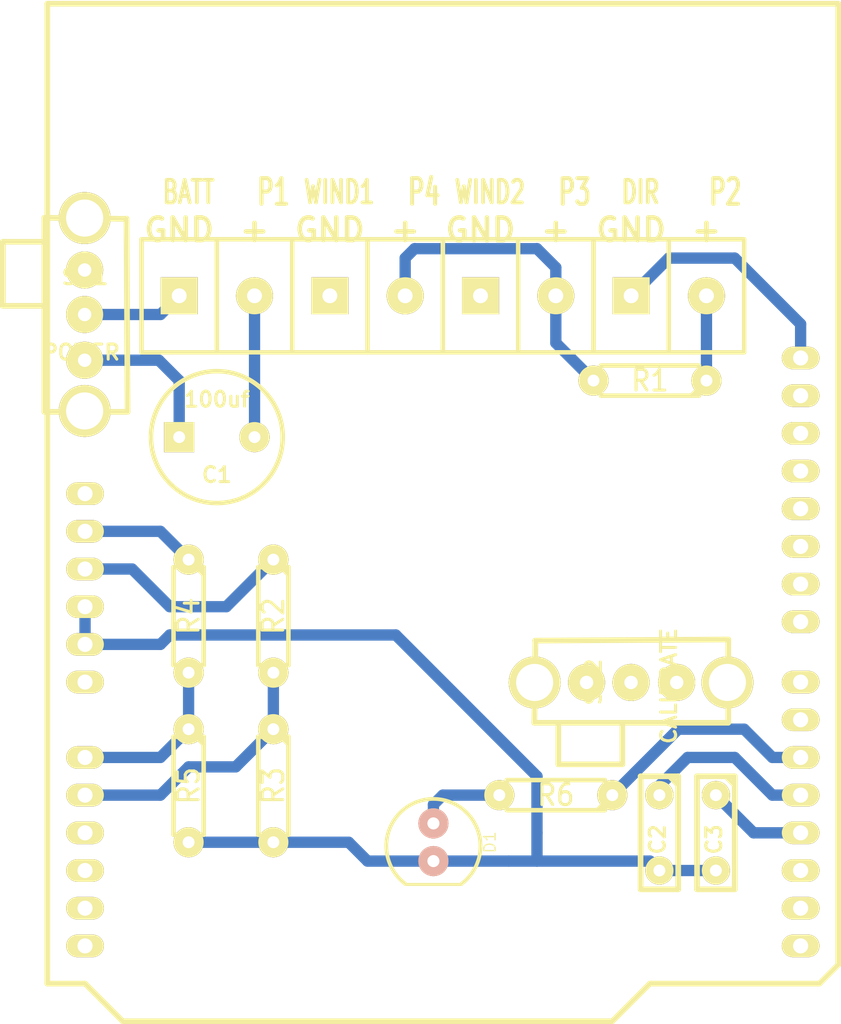
<source format=kicad_pcb>
(kicad_pcb (version 20221018) (generator pcbnew)
  (layers (0 "F.Cu" signal) (31 "B.Cu" signal) (34 "B.Paste" user) (35 "F.Paste" user) (36 "B.SilkS" user) (37 "F.SilkS" user) (38 "B.Mask" user) (39 "F.Mask" user) (44 "Edge.Cuts" user))
  (net 0 "")
  (net 1 "+BATT")
  (net 2 "GND")
  (net 3 "N-000001")
  (net 4 "N-0000014")
  (net 5 "N-0000018")
  (net 6 "N-000002")
  (net 7 "N-0000026")
  (net 8 "N-0000027")
  (net 9 "N-000003")
  (net 10 "N-000006")
  (net 11 "N-000007")
  (net 12 "N-000008")
  (footprint "SW_SPDT_rapid_760271" (layer "F.Cu") (at 53.975 45.72 180)
    (fp_text reference "SW1" (at 0 2.54) (layer "F.SilkS") (effects (font (size 1.016 1.016) (thickness 0.2032))))
    (fp_text value "POWER" (at 0.254 -2.54) (layer "F.SilkS") (effects (font (size 1.016 1.016) (thickness 0.2032))))
    (fp_line (start -2.8702 -6.5532) (end -2.794 6.477) (stroke (width 0.381)) (layer "F.SilkS"))
    (fp_line (start -2.8702 -6.5532) (end 2.7178 -6.5532) (stroke (width 0.381)) (layer "F.SilkS"))
    (fp_line (start -2.794 6.4516) (end 2.7432 6.5278) (stroke (width 0.381)) (layer "F.SilkS"))
    (fp_line (start 2.7432 6.5278) (end 2.7432 -6.5532) (stroke (width 0.381)) (layer "F.SilkS"))
    (fp_line (start 3.00482 4.90982) (end 5.54482 4.90982) (stroke (width 0.381)) (layer "F.SilkS"))
    (fp_line (start 5.54482 0.59182) (end 3.00482 0.59182) (stroke (width 0.381)) (layer "F.SilkS"))
    (fp_line (start 5.54482 4.90982) (end 5.54482 0.59182) (stroke (width 0.381)) (layer "F.SilkS"))
    (pad "1" thru_hole circle (at 0.0254 -3.0734 180) (size 2.49936 2.49936) (drill 0.89916) (layers "*.Cu" "*.Mask" "F.SilkS") (net 1 "+BATT"))
    (pad "2" thru_hole circle (at 0.0254 0.00762 180) (size 2.49936 2.49936) (drill 0.89916) (layers "*.Cu" "*.Mask" "F.SilkS") (net 3 "N-000001"))
    (pad "3" thru_hole circle (at 0.0254 3.00736 180) (size 2.49936 2.49936) (drill 0.89916) (layers "*.Cu" "*.Mask" "F.SilkS"))
    (pad "4" thru_hole circle (at 0.0254 -6.49224 180) (size 3.50012 3.50012) (drill 2.49936) (layers "*.Cu" "*.Mask" "F.SilkS"))
    (pad "5" thru_hole circle (at 0.0254 6.50748 180) (size 3.50012 3.50012) (drill 2.49936) (layers "*.Cu" "*.Mask" "F.SilkS"))
  )
  (footprint "SW_SPDT_rapid_760271" (layer "F.Cu") (at 90.805 70.485 -90)
    (fp_text reference "SW2" (at 0 2.54 90) (layer "F.SilkS") (effects (font (size 1.016 1.016) (thickness 0.2032))))
    (fp_text value "CALIBRATE" (at 0.254 -2.54 90) (layer "F.SilkS") (effects (font (size 1.016 1.016) (thickness 0.2032))))
    (fp_line (start -2.8702 -6.5532) (end -2.794 6.477) (stroke (width 0.381)) (layer "F.SilkS"))
    (fp_line (start -2.8702 -6.5532) (end 2.7178 -6.5532) (stroke (width 0.381)) (layer "F.SilkS"))
    (fp_line (start -2.794 6.4516) (end 2.7432 6.5278) (stroke (width 0.381)) (layer "F.SilkS"))
    (fp_line (start 2.7432 6.5278) (end 2.7432 -6.5532) (stroke (width 0.381)) (layer "F.SilkS"))
    (fp_line (start 3.00482 4.90982) (end 5.54482 4.90982) (stroke (width 0.381)) (layer "F.SilkS"))
    (fp_line (start 5.54482 0.59182) (end 3.00482 0.59182) (stroke (width 0.381)) (layer "F.SilkS"))
    (fp_line (start 5.54482 4.90982) (end 5.54482 0.59182) (stroke (width 0.381)) (layer "F.SilkS"))
    (pad "1" thru_hole circle (at 0.0254 -3.0734 270) (size 2.49936 2.49936) (drill 0.89916) (layers "*.Cu" "*.Mask" "F.SilkS") (net 6 "N-000002"))
    (pad "2" thru_hole circle (at 0.0254 0.00762 270) (size 2.49936 2.49936) (drill 0.89916) (layers "*.Cu" "*.Mask" "F.SilkS") (net 2 "GND"))
    (pad "3" thru_hole circle (at 0.0254 3.00736 270) (size 2.49936 2.49936) (drill 0.89916) (layers "*.Cu" "*.Mask" "F.SilkS"))
    (pad "4" thru_hole circle (at 0.0254 -6.49224 270) (size 3.50012 3.50012) (drill 2.49936) (layers "*.Cu" "*.Mask" "F.SilkS"))
    (pad "5" thru_hole circle (at 0.0254 6.50748 270) (size 3.50012 3.50012) (drill 2.49936) (layers "*.Cu" "*.Mask" "F.SilkS"))
  )
  (footprint "SIL-2_screw_terminal" (layer "F.Cu") (at 60.325 44.45)
    (fp_text reference "P1" (at 6.35 -6.985) (layer "F.SilkS") (effects (font (size 1.72974 1.08712) (thickness 0.27178))))
    (fp_text value "BATT" (at 0.635 -6.985) (layer "F.SilkS") (effects (font (size 1.524 1.016) (thickness 0.254))))
    (fp_text user "+" (at 5.08 -4.445) (layer "F.SilkS") (effects (font (size 1.524 1.524) (thickness 0.3048))))
    (fp_text user "GND" (at 0 -4.445) (layer "F.SilkS") (effects (font (size 1.524 1.524) (thickness 0.3048))))
    (fp_line (start -2.54 -3.81) (end 7.62 -3.81) (stroke (width 0.3)) (layer "F.SilkS"))
    (fp_line (start -2.54 3.81) (end -2.54 -3.81) (stroke (width 0.3)) (layer "F.SilkS"))
    (fp_line (start -2.54 3.81) (end 7.62 3.81) (stroke (width 0.3)) (layer "F.SilkS"))
    (fp_line (start 2.54 -3.81) (end 2.54 3.81) (stroke (width 0.3)) (layer "F.SilkS"))
    (fp_line (start 7.62 3.81) (end 7.62 -3.81) (stroke (width 0.3)) (layer "F.SilkS"))
    (pad "1" thru_hole rect (at 0 0) (size 2.49936 2.49936) (drill 1.00076) (layers "*.Cu" "*.Mask" "F.SilkS") (net 3 "N-000001"))
    (pad "2" thru_hole circle (at 5.08 0) (size 2.49936 2.49936) (drill 1.00076) (layers "*.Cu" "*.Mask" "F.SilkS") (net 10 "N-000006"))
  )
  (footprint "SIL-2_screw_terminal" (layer "F.Cu") (at 70.485 44.45)
    (fp_text reference "P4" (at 6.35 -6.985) (layer "F.SilkS") (effects (font (size 1.72974 1.08712) (thickness 0.27178))))
    (fp_text value "WIND1" (at 0.635 -6.985) (layer "F.SilkS") (effects (font (size 1.524 1.016) (thickness 0.254))))
    (fp_text user "+" (at 5.08 -4.445) (layer "F.SilkS") (effects (font (size 1.524 1.524) (thickness 0.3048))))
    (fp_text user "GND" (at 0 -4.445) (layer "F.SilkS") (effects (font (size 1.524 1.524) (thickness 0.3048))))
    (fp_line (start -2.54 -3.81) (end 7.62 -3.81) (stroke (width 0.3)) (layer "F.SilkS"))
    (fp_line (start -2.54 3.81) (end -2.54 -3.81) (stroke (width 0.3)) (layer "F.SilkS"))
    (fp_line (start -2.54 3.81) (end 7.62 3.81) (stroke (width 0.3)) (layer "F.SilkS"))
    (fp_line (start 2.54 -3.81) (end 2.54 3.81) (stroke (width 0.3)) (layer "F.SilkS"))
    (fp_line (start 7.62 3.81) (end 7.62 -3.81) (stroke (width 0.3)) (layer "F.SilkS"))
    (pad "1" thru_hole rect (at 0 0) (size 2.49936 2.49936) (drill 1.00076) (layers "*.Cu" "*.Mask" "F.SilkS") (net 8 "N-0000027"))
    (pad "2" thru_hole circle (at 5.08 0) (size 2.49936 2.49936) (drill 1.00076) (layers "*.Cu" "*.Mask" "F.SilkS") (net 2 "GND"))
  )
  (footprint "SIL-2_screw_terminal" (layer "F.Cu") (at 80.645 44.45)
    (fp_text reference "P3" (at 6.35 -6.985) (layer "F.SilkS") (effects (font (size 1.72974 1.08712) (thickness 0.27178))))
    (fp_text value "WIND2" (at 0.635 -6.985) (layer "F.SilkS") (effects (font (size 1.524 1.016) (thickness 0.254))))
    (fp_text user "GND" (at 0 -4.445) (layer "F.SilkS") (effects (font (size 1.524 1.524) (thickness 0.3048))))
    (fp_text user "+" (at 5.08 -4.445) (layer "F.SilkS") (effects (font (size 1.524 1.524) (thickness 0.3048))))
    (fp_line (start -2.54 -3.81) (end 7.62 -3.81) (stroke (width 0.3)) (layer "F.SilkS"))
    (fp_line (start -2.54 3.81) (end -2.54 -3.81) (stroke (width 0.3)) (layer "F.SilkS"))
    (fp_line (start -2.54 3.81) (end 7.62 3.81) (stroke (width 0.3)) (layer "F.SilkS"))
    (fp_line (start 2.54 -3.81) (end 2.54 3.81) (stroke (width 0.3)) (layer "F.SilkS"))
    (fp_line (start 7.62 3.81) (end 7.62 -3.81) (stroke (width 0.3)) (layer "F.SilkS"))
    (pad "1" thru_hole rect (at 0 0) (size 2.49936 2.49936) (drill 1.00076) (layers "*.Cu" "*.Mask" "F.SilkS") (net 7 "N-0000026"))
    (pad "2" thru_hole circle (at 5.08 0) (size 2.49936 2.49936) (drill 1.00076) (layers "*.Cu" "*.Mask" "F.SilkS") (net 2 "GND"))
  )
  (footprint "SIL-2_screw_terminal" (layer "F.Cu") (at 90.805 44.45)
    (fp_text reference "P2" (at 6.35 -6.985) (layer "F.SilkS") (effects (font (size 1.72974 1.08712) (thickness 0.27178))))
    (fp_text value "DIR" (at 0.635 -6.985) (layer "F.SilkS") (effects (font (size 1.524 1.016) (thickness 0.254))))
    (fp_text user "GND" (at 0 -4.445) (layer "F.SilkS") (effects (font (size 1.524 1.524) (thickness 0.3048))))
    (fp_text user "+" (at 5.08 -4.445) (layer "F.SilkS") (effects (font (size 1.524 1.524) (thickness 0.3048))))
    (fp_line (start -2.54 -3.81) (end 7.62 -3.81) (stroke (width 0.3)) (layer "F.SilkS"))
    (fp_line (start -2.54 3.81) (end -2.54 -3.81) (stroke (width 0.3)) (layer "F.SilkS"))
    (fp_line (start -2.54 3.81) (end 7.62 3.81) (stroke (width 0.3)) (layer "F.SilkS"))
    (fp_line (start 2.54 -3.81) (end 2.54 3.81) (stroke (width 0.3)) (layer "F.SilkS"))
    (fp_line (start 7.62 3.81) (end 7.62 -3.81) (stroke (width 0.3)) (layer "F.SilkS"))
    (pad "1" thru_hole rect (at 0 0) (size 2.49936 2.49936) (drill 1.00076) (layers "*.Cu" "*.Mask" "F.SilkS") (net 12 "N-000008"))
    (pad "2" thru_hole circle (at 5.08 0) (size 2.49936 2.49936) (drill 1.00076) (layers "*.Cu" "*.Mask" "F.SilkS") (net 9 "N-000003"))
  )
  (footprint "R3-LARGE_PADS_0_8_hole" (layer "F.Cu") (at 60.96 77.47 -90)
    (fp_text reference "R5" (at 0 0 270) (layer "F.SilkS") (effects (font (size 1.397 1.27) (thickness 0.2032))))
    (fp_text value "Therm 47k" hide)
    (fp_line (start -3.81 0) (end -3.302 0) (stroke (width 0.3048)) (layer "F.SilkS"))
    (fp_line (start -3.302 -1.016) (end -3.302 1.016) (stroke (width 0.3048)) (layer "F.SilkS"))
    (fp_line (start -3.302 -0.508) (end -2.794 -1.016) (stroke (width 0.3048)) (layer "F.SilkS"))
    (fp_line (start -3.302 1.016) (end 3.302 1.016) (stroke (width 0.3048)) (layer "F.SilkS"))
    (fp_line (start 3.302 -1.016) (end -3.302 -1.016) (stroke (width 0.3048)) (layer "F.SilkS"))
    (fp_line (start 3.302 0) (end 3.302 -1.016) (stroke (width 0.3048)) (layer "F.SilkS"))
    (fp_line (start 3.302 1.016) (end 3.302 0) (stroke (width 0.3048)) (layer "F.SilkS"))
    (fp_line (start 3.81 0) (end 3.302 0) (stroke (width 0.3048)) (layer "F.SilkS"))
    (pad "1" thru_hole circle (at -3.81 0 270) (size 2.032 2.032) (drill 0.8001) (layers "*.Cu" "*.Mask" "F.SilkS") (net 11 "N-000007"))
    (pad "2" thru_hole circle (at 3.81 0 270) (size 2.032 2.032) (drill 0.8001) (layers "*.Cu" "*.Mask" "F.SilkS") (net 2 "GND"))
  )
  (footprint "R3-LARGE_PADS_0_8_hole" (layer "F.Cu") (at 60.96 66.04 -90)
    (fp_text reference "R4" (at 0 0 270) (layer "F.SilkS") (effects (font (size 1.397 1.27) (thickness 0.2032))))
    (fp_text value "47k" hide)
    (fp_line (start -3.81 0) (end -3.302 0) (stroke (width 0.3048)) (layer "F.SilkS"))
    (fp_line (start -3.302 -1.016) (end -3.302 1.016) (stroke (width 0.3048)) (layer "F.SilkS"))
    (fp_line (start -3.302 -0.508) (end -2.794 -1.016) (stroke (width 0.3048)) (layer "F.SilkS"))
    (fp_line (start -3.302 1.016) (end 3.302 1.016) (stroke (width 0.3048)) (layer "F.SilkS"))
    (fp_line (start 3.302 -1.016) (end -3.302 -1.016) (stroke (width 0.3048)) (layer "F.SilkS"))
    (fp_line (start 3.302 0) (end 3.302 -1.016) (stroke (width 0.3048)) (layer "F.SilkS"))
    (fp_line (start 3.302 1.016) (end 3.302 0) (stroke (width 0.3048)) (layer "F.SilkS"))
    (fp_line (start 3.81 0) (end 3.302 0) (stroke (width 0.3048)) (layer "F.SilkS"))
    (pad "1" thru_hole circle (at -3.81 0 270) (size 2.032 2.032) (drill 0.8001) (layers "*.Cu" "*.Mask" "F.SilkS") (net 12 "N-000008"))
    (pad "2" thru_hole circle (at 3.81 0 270) (size 2.032 2.032) (drill 0.8001) (layers "*.Cu" "*.Mask" "F.SilkS") (net 11 "N-000007"))
  )
  (footprint "R3-LARGE_PADS_0_8_hole" (layer "F.Cu") (at 66.675 66.04 -90)
    (fp_text reference "R2" (at 0 0 270) (layer "F.SilkS") (effects (font (size 1.397 1.27) (thickness 0.2032))))
    (fp_text value "47k" hide)
    (fp_line (start -3.81 0) (end -3.302 0) (stroke (width 0.3048)) (layer "F.SilkS"))
    (fp_line (start -3.302 -1.016) (end -3.302 1.016) (stroke (width 0.3048)) (layer "F.SilkS"))
    (fp_line (start -3.302 -0.508) (end -2.794 -1.016) (stroke (width 0.3048)) (layer "F.SilkS"))
    (fp_line (start -3.302 1.016) (end 3.302 1.016) (stroke (width 0.3048)) (layer "F.SilkS"))
    (fp_line (start 3.302 -1.016) (end -3.302 -1.016) (stroke (width 0.3048)) (layer "F.SilkS"))
    (fp_line (start 3.302 0) (end 3.302 -1.016) (stroke (width 0.3048)) (layer "F.SilkS"))
    (fp_line (start 3.302 1.016) (end 3.302 0) (stroke (width 0.3048)) (layer "F.SilkS"))
    (fp_line (start 3.81 0) (end 3.302 0) (stroke (width 0.3048)) (layer "F.SilkS"))
    (pad "1" thru_hole circle (at -3.81 0 270) (size 2.032 2.032) (drill 0.8001) (layers "*.Cu" "*.Mask" "F.SilkS") (net 1 "+BATT"))
    (pad "2" thru_hole circle (at 3.81 0 270) (size 2.032 2.032) (drill 0.8001) (layers "*.Cu" "*.Mask" "F.SilkS") (net 10 "N-000006"))
  )
  (footprint "R3-LARGE_PADS_0_8_hole" (layer "F.Cu") (at 66.675 77.47 -90)
    (fp_text reference "R3" (at 0 0 270) (layer "F.SilkS") (effects (font (size 1.397 1.27) (thickness 0.2032))))
    (fp_text value "47k" hide)
    (fp_line (start -3.81 0) (end -3.302 0) (stroke (width 0.3048)) (layer "F.SilkS"))
    (fp_line (start -3.302 -1.016) (end -3.302 1.016) (stroke (width 0.3048)) (layer "F.SilkS"))
    (fp_line (start -3.302 -0.508) (end -2.794 -1.016) (stroke (width 0.3048)) (layer "F.SilkS"))
    (fp_line (start -3.302 1.016) (end 3.302 1.016) (stroke (width 0.3048)) (layer "F.SilkS"))
    (fp_line (start 3.302 -1.016) (end -3.302 -1.016) (stroke (width 0.3048)) (layer "F.SilkS"))
    (fp_line (start 3.302 0) (end 3.302 -1.016) (stroke (width 0.3048)) (layer "F.SilkS"))
    (fp_line (start 3.302 1.016) (end 3.302 0) (stroke (width 0.3048)) (layer "F.SilkS"))
    (fp_line (start 3.81 0) (end 3.302 0) (stroke (width 0.3048)) (layer "F.SilkS"))
    (pad "1" thru_hole circle (at -3.81 0 270) (size 2.032 2.032) (drill 0.8001) (layers "*.Cu" "*.Mask" "F.SilkS") (net 10 "N-000006"))
    (pad "2" thru_hole circle (at 3.81 0 270) (size 2.032 2.032) (drill 0.8001) (layers "*.Cu" "*.Mask" "F.SilkS") (net 2 "GND"))
  )
  (footprint "R3-LARGE_PADS_0_8_hole" (layer "F.Cu") (at 85.725 78.105 180)
    (fp_text reference "R6" (at 0 0 180) (layer "F.SilkS") (effects (font (size 1.397 1.27) (thickness 0.2032))))
    (fp_text value "1k" hide)
    (fp_line (start -3.81 0) (end -3.302 0) (stroke (width 0.3048)) (layer "F.SilkS"))
    (fp_line (start -3.302 -1.016) (end -3.302 1.016) (stroke (width 0.3048)) (layer "F.SilkS"))
    (fp_line (start -3.302 -0.508) (end -2.794 -1.016) (stroke (width 0.3048)) (layer "F.SilkS"))
    (fp_line (start -3.302 1.016) (end 3.302 1.016) (stroke (width 0.3048)) (layer "F.SilkS"))
    (fp_line (start 3.302 -1.016) (end -3.302 -1.016) (stroke (width 0.3048)) (layer "F.SilkS"))
    (fp_line (start 3.302 0) (end 3.302 -1.016) (stroke (width 0.3048)) (layer "F.SilkS"))
    (fp_line (start 3.302 1.016) (end 3.302 0) (stroke (width 0.3048)) (layer "F.SilkS"))
    (fp_line (start 3.81 0) (end 3.302 0) (stroke (width 0.3048)) (layer "F.SilkS"))
    (pad "1" thru_hole circle (at -3.81 0 180) (size 2.032 2.032) (drill 0.8001) (layers "*.Cu" "*.Mask" "F.SilkS") (net 5 "N-0000018"))
    (pad "2" thru_hole circle (at 3.81 0 180) (size 2.032 2.032) (drill 0.8001) (layers "*.Cu" "*.Mask" "F.SilkS") (net 4 "N-0000014"))
  )
  (footprint "R3-LARGE_PADS_0_8_hole" (layer "F.Cu") (at 92.075 50.165 180)
    (fp_text reference "R1" (at 0 0 180) (layer "F.SilkS") (effects (font (size 1.397 1.27) (thickness 0.2032))))
    (fp_text value "10k" hide)
    (fp_line (start -3.81 0) (end -3.302 0) (stroke (width 0.3048)) (layer "F.SilkS"))
    (fp_line (start -3.302 -1.016) (end -3.302 1.016) (stroke (width 0.3048)) (layer "F.SilkS"))
    (fp_line (start -3.302 -0.508) (end -2.794 -1.016) (stroke (width 0.3048)) (layer "F.SilkS"))
    (fp_line (start -3.302 1.016) (end 3.302 1.016) (stroke (width 0.3048)) (layer "F.SilkS"))
    (fp_line (start 3.302 -1.016) (end -3.302 -1.016) (stroke (width 0.3048)) (layer "F.SilkS"))
    (fp_line (start 3.302 0) (end 3.302 -1.016) (stroke (width 0.3048)) (layer "F.SilkS"))
    (fp_line (start 3.302 1.016) (end 3.302 0) (stroke (width 0.3048)) (layer "F.SilkS"))
    (fp_line (start 3.81 0) (end 3.302 0) (stroke (width 0.3048)) (layer "F.SilkS"))
    (pad "1" thru_hole circle (at -3.81 0 180) (size 2.032 2.032) (drill 0.8001) (layers "*.Cu" "*.Mask" "F.SilkS") (net 9 "N-000003"))
    (pad "2" thru_hole circle (at 3.81 0 180) (size 2.032 2.032) (drill 0.8001) (layers "*.Cu" "*.Mask" "F.SilkS") (net 2 "GND"))
  )
  (footprint "LED-5MM_larg_pad" (layer "F.Cu") (at 77.47 81.28 -90)
    (fp_text reference "D1" (at 0 -3.81 270) (layer "F.SilkS") (effects (font (size 0.762 0.762) (thickness 0.0889))))
    (fp_text value "DATA" hide)
    (fp_line (start 2.8448 1.905) (end 2.8448 -1.905) (stroke (width 0.2032)) (layer "F.SilkS"))
    (fp_arc (start 2.794 1.905) (mid -2.921 0.001668) (end 2.791997 -1.907668) (stroke (width 0.254)) (layer "F.SilkS"))
    (pad "1" thru_hole circle (at -1.27 0 270) (size 2.032 2.032) (drill 0.8128) (layers "*.Cu" "*.SilkS" "*.Mask" "F.Paste") (net 4 "N-0000014"))
    (pad "2" thru_hole circle (at 1.27 0 270) (size 2.032 2.032) (drill 0.8128) (layers "*.Cu" "*.SilkS" "*.Mask" "F.Paste") (net 2 "GND"))
  )
  (footprint "C2V8_large_pad" (layer "F.Cu") (at 62.865 53.975)
    (fp_text reference "C1" (at 0 2.54) (layer "F.SilkS") (effects (font (size 1.016 1.016) (thickness 0.2032))))
    (fp_text value "100uf" (at 0 -2.54) (layer "F.SilkS") (effects (font (size 1.016 1.016) (thickness 0.2032))))
    (fp_circle (center 0 0) (end -4.445 0) (stroke (width 0.3048)) (fill none) (layer "F.SilkS"))
    (pad "1" thru_hole rect (at -2.54 0) (size 2.032 2.032) (drill 0.8001) (layers "*.Cu" "*.Mask" "F.SilkS") (net 1 "+BATT"))
    (pad "2" thru_hole circle (at 2.54 0) (size 2.032 2.032) (drill 0.8001) (layers "*.Cu" "*.Mask" "F.SilkS") (net 10 "N-000006"))
  )
  (footprint "C1_wide_lg_pad_2" (layer "F.Cu") (at 92.71 79.375 -90)
    (fp_text reference "C2" (at 1.7145 0.127 270) (layer "F.SilkS") (effects (font (size 1.016 1.016) (thickness 0.2032))))
    (fp_text value "C" hide)
    (fp_line (start -2.54 -1.27) (end -2.54 1.27) (stroke (width 0.381)) (layer "F.SilkS"))
    (fp_line (start -2.54 -0.635) (end -1.905 -1.27) (stroke (width 0.3048)) (layer "F.SilkS"))
    (fp_line (start -2.54 1.27) (end 5.08 1.27) (stroke (width 0.381)) (layer "F.SilkS"))
    (fp_line (start 5.08 -1.27) (end -2.54 -1.27) (stroke (width 0.381)) (layer "F.SilkS"))
    (fp_line (start 5.08 1.27) (end 5.08 -1.27) (stroke (width 0.381)) (layer "F.SilkS"))
    (pad "1" thru_hole circle (at -1.27 0 270) (size 1.905 1.905) (drill 0.8001) (layers "*.Cu" "*.Mask" "F.SilkS") (net 7 "N-0000026"))
    (pad "2" thru_hole circle (at 3.81 0 270) (size 1.905 1.905) (drill 0.8001) (layers "*.Cu" "*.Mask" "F.SilkS") (net 2 "GND"))
  )
  (footprint "C1_wide_lg_pad_2" (layer "F.Cu") (at 96.52 79.375 -90)
    (fp_text reference "C3" (at 1.7145 0.127 270) (layer "F.SilkS") (effects (font (size 1.016 1.016) (thickness 0.2032))))
    (fp_text value "C" hide)
    (fp_line (start -2.54 -1.27) (end -2.54 1.27) (stroke (width 0.381)) (layer "F.SilkS"))
    (fp_line (start -2.54 -0.635) (end -1.905 -1.27) (stroke (width 0.3048)) (layer "F.SilkS"))
    (fp_line (start -2.54 1.27) (end 5.08 1.27) (stroke (width 0.381)) (layer "F.SilkS"))
    (fp_line (start 5.08 -1.27) (end -2.54 -1.27) (stroke (width 0.381)) (layer "F.SilkS"))
    (fp_line (start 5.08 1.27) (end 5.08 -1.27) (stroke (width 0.381)) (layer "F.SilkS"))
    (pad "1" thru_hole circle (at -1.27 0 270) (size 1.905 1.905) (drill 0.8001) (layers "*.Cu" "*.Mask" "F.SilkS") (net 8 "N-0000027"))
    (pad "2" thru_hole circle (at 3.81 0 270) (size 1.905 1.905) (drill 0.8001) (layers "*.Cu" "*.Mask" "F.SilkS") (net 2 "GND"))
  )
  (footprint "ARDUINO_SHIELD_040pins_no_hole" (layer "F.Cu") (at 51.435 24.765 -90)
    (fp_text reference "SHIELD1" hide)
    (fp_text value "ARDUINO_SHIELD" hide)
    (fp_line (start 0 0) (end 0 -53.34) (stroke (width 0.381)) (layer "F.SilkS"))
    (fp_line (start 64.77 -53.34) (end 0 -53.34) (stroke (width 0.381)) (layer "F.SilkS"))
    (fp_line (start 66.04 -52.07) (end 64.77 -53.34) (stroke (width 0.381)) (layer "F.SilkS"))
    (fp_line (start 66.04 -40.64) (end 66.04 -52.07) (stroke (width 0.381)) (layer "F.SilkS"))
    (fp_line (start 66.04 -40.64) (end 68.58 -38.1) (stroke (width 0.381)) (layer "F.SilkS"))
    (fp_line (start 66.04 -2.54) (end 66.04 0) (stroke (width 0.381)) (layer "F.SilkS"))
    (fp_line (start 66.04 0) (end 0 0) (stroke (width 0.381)) (layer "F.SilkS"))
    (fp_line (start 68.58 -38.1) (end 68.58 -5.08) (stroke (width 0.381)) (layer "F.SilkS"))
    (fp_line (start 68.58 -5.08) (end 66.04 -2.54) (stroke (width 0.381)) (layer "F.SilkS"))
    (pad "0" thru_hole oval (at 63.5 -50.8) (size 2.54 1.524) (drill 1.016) (layers "*.Cu" "*.Mask" "F.SilkS"))
    (pad "1" thru_hole oval (at 60.96 -50.8) (size 2.54 1.524) (drill 1.016) (layers "*.Cu" "*.Mask" "F.SilkS"))
    (pad "2" thru_hole oval (at 58.42 -50.8) (size 2.54 1.524) (drill 1.016) (layers "*.Cu" "*.Mask" "F.SilkS"))
    (pad "3" thru_hole oval (at 55.88 -50.8) (size 2.54 1.524) (drill 1.016) (layers "*.Cu" "*.Mask" "F.SilkS") (net 8 "N-0000027"))
    (pad "3V3" thru_hole oval (at 35.56 -2.54) (size 2.54 1.524) (drill 1.016) (layers "*.Cu" "*.Mask" "F.SilkS") (net 12 "N-000008"))
    (pad "4" thru_hole oval (at 53.34 -50.8) (size 2.54 1.524) (drill 1.016) (layers "*.Cu" "*.Mask" "F.SilkS") (net 7 "N-0000026"))
    (pad "5" thru_hole oval (at 50.8 -50.8) (size 2.54 1.524) (drill 1.016) (layers "*.Cu" "*.Mask" "F.SilkS") (net 5 "N-0000018"))
    (pad "5V" thru_hole oval (at 38.1 -2.54) (size 2.54 1.524) (drill 1.016) (layers "*.Cu" "*.Mask" "F.SilkS") (net 1 "+BATT"))
    (pad "6" thru_hole oval (at 48.26 -50.8) (size 2.54 1.524) (drill 1.016) (layers "*.Cu" "*.Mask" "F.SilkS"))
    (pad "7" thru_hole oval (at 45.72 -50.8) (size 2.54 1.524) (drill 1.016) (layers "*.Cu" "*.Mask" "F.SilkS") (net 6 "N-000002"))
    (pad "8" thru_hole oval (at 41.656 -50.8) (size 2.54 1.524) (drill 1.016) (layers "*.Cu" "*.Mask" "F.SilkS"))
    (pad "9" thru_hole oval (at 39.116 -50.8) (size 2.54 1.524) (drill 1.016) (layers "*.Cu" "*.Mask" "F.SilkS"))
    (pad "10" thru_hole oval (at 36.576 -50.8) (size 2.54 1.524) (drill 1.016) (layers "*.Cu" "*.Mask" "F.SilkS"))
    (pad "11" thru_hole oval (at 34.036 -50.8) (size 2.54 1.524) (drill 1.016) (layers "*.Cu" "*.Mask" "F.SilkS"))
    (pad "12" thru_hole oval (at 31.496 -50.8) (size 2.54 1.524) (drill 1.016) (layers "*.Cu" "*.Mask" "F.SilkS"))
    (pad "13" thru_hole oval (at 28.956 -50.8) (size 2.54 1.524) (drill 1.016) (layers "*.Cu" "*.Mask" "F.SilkS"))
    (pad "AD0" thru_hole oval (at 50.8 -2.54) (size 2.54 1.524) (drill 1.016) (layers "*.Cu" "*.Mask" "F.SilkS") (net 11 "N-000007"))
    (pad "AD1" thru_hole oval (at 53.34 -2.54) (size 2.54 1.524) (drill 1.016) (layers "*.Cu" "*.Mask" "F.SilkS") (net 10 "N-000006"))
    (pad "AD2" thru_hole oval (at 55.88 -2.54) (size 2.54 1.524) (drill 1.016) (layers "*.Cu" "*.Mask" "F.SilkS") (net 9 "N-000003"))
    (pad "AD3" thru_hole oval (at 58.42 -2.54) (size 2.54 1.524) (drill 1.016) (layers "*.Cu" "*.Mask" "F.SilkS"))
    (pad "AD4" thru_hole oval (at 60.96 -2.54) (size 2.54 1.524) (drill 1.016) (layers "*.Cu" "*.Mask" "F.SilkS"))
    (pad "AD5" thru_hole oval (at 63.5 -2.54) (size 2.54 1.524) (drill 1.016) (layers "*.Cu" "*.Mask" "F.SilkS"))
    (pad "AREF" thru_hole oval (at 23.876 -50.8) (size 2.54 1.524) (drill 1.016) (layers "*.Cu" "*.Mask" "F.SilkS") (net 12 "N-000008"))
    (pad "GND1" thru_hole oval (at 40.64 -2.54) (size 2.54 1.524) (drill 1.016) (layers "*.Cu" "*.Mask" "F.SilkS") (net 2 "GND"))
    (pad "GND2" thru_hole oval (at 43.18 -2.54) (size 2.54 1.524) (drill 1.016) (layers "*.Cu" "*.Mask" "F.SilkS") (net 2 "GND"))
    (pad "GND3" thru_hole oval (at 26.416 -50.8) (size 2.54 1.524) (drill 1.016) (layers "*.Cu" "*.Mask" "F.SilkS"))
    (pad "RST" thru_hole oval (at 33.02 -2.54) (size 2.54 1.524) (drill 1.016) (layers "*.Cu" "*.Mask" "F.SilkS"))
    (pad "V_IN" thru_hole oval (at 45.72 -2.54) (size 2.54 1.524) (drill 1.016) (layers "*.Cu" "*.Mask" "F.SilkS"))
  )
  (segment (start 57.15 62.865) (end 59.69 65.405) (width 0.762) (layer "B.Cu") (net 1))
  (segment (start 59.69 65.405) (end 63.5 65.405) (width 0.762) (layer "B.Cu") (net 1))
  (segment (start 63.5 65.405) (end 66.675 62.23) (width 0.762) (layer "B.Cu") (net 1))
  (segment (start 58.9534 48.7934) (end 60.325 50.165) (width 0.762) (layer "B.Cu") (net 1))
  (segment (start 60.325 50.165) (end 60.325 53.975) (width 0.762) (layer "B.Cu") (net 1))
  (segment (start 53.9496 48.7934) (end 58.9534 48.7934) (width 0.762) (layer "B.Cu") (net 1))
  (segment (start 53.975 62.865) (end 57.15 62.865) (width 0.762) (layer "B.Cu") (net 1))
  (segment (start 59.055 67.945) (end 59.69 67.31) (width 0.762) (layer "B.Cu") (net 2))
  (segment (start 59.69 67.31) (end 74.93 67.31) (width 0.762) (layer "B.Cu") (net 2))
  (segment (start 74.93 67.31) (end 84.455 76.835) (width 0.762) (layer "B.Cu") (net 2))
  (segment (start 84.455 76.835) (end 84.455 80.645) (width 0.762) (layer "B.Cu") (net 2))
  (segment (start 71.755 81.28) (end 73.025 82.55) (width 0.762) (layer "B.Cu") (net 2))
  (segment (start 73.025 82.55) (end 77.47 82.55) (width 0.762) (layer "B.Cu") (net 2))
  (segment (start 82.55 82.55) (end 77.47 82.55) (width 0.762) (layer "B.Cu") (net 2))
  (segment (start 92.075 82.55) (end 92.71 83.185) (width 0.762) (layer "B.Cu") (net 2))
  (segment (start 84.455 82.55) (end 92.075 82.55) (width 0.762) (layer "B.Cu") (net 2))
  (segment (start 75.565 41.91) (end 76.2 41.275) (width 0.762) (layer "B.Cu") (net 2))
  (segment (start 76.2 41.275) (end 84.455 41.275) (width 0.762) (layer "B.Cu") (net 2))
  (segment (start 84.455 41.275) (end 85.725 42.545) (width 0.762) (layer "B.Cu") (net 2))
  (segment (start 85.725 42.545) (end 85.725 44.45) (width 0.762) (layer "B.Cu") (net 2))
  (segment (start 85.725 47.625) (end 88.265 50.165) (width 0.762) (layer "B.Cu") (net 2))
  (segment (start 53.975 67.945) (end 59.055 67.945) (width 0.762) (layer "B.Cu") (net 2))
  (segment (start 82.55 82.55) (end 84.455 82.55) (width 0.762) (layer "B.Cu") (net 2))
  (segment (start 53.975 67.945) (end 53.975 65.405) (width 0.762) (layer "B.Cu") (net 2))
  (segment (start 96.52 83.185) (end 92.71 83.185) (width 0.762) (layer "B.Cu") (net 2))
  (segment (start 85.725 44.45) (end 85.725 47.625) (width 0.762) (layer "B.Cu") (net 2))
  (segment (start 75.565 44.45) (end 75.565 41.91) (width 0.762) (layer "B.Cu") (net 2))
  (segment (start 60.96 81.28) (end 66.675 81.28) (width 0.762) (layer "B.Cu") (net 2))
  (segment (start 66.675 81.28) (end 71.755 81.28) (width 0.762) (layer "B.Cu") (net 2))
  (segment (start 84.455 80.645) (end 84.455 82.55) (width 0.762) (layer "B.Cu") (net 2))
  (segment (start 59.06262 45.71238) (end 60.325 44.45) (width 0.762) (layer "B.Cu") (net 3))
  (segment (start 53.9496 45.71238) (end 59.06262 45.71238) (width 0.762) (layer "B.Cu") (net 3))
  (segment (start 77.47 78.74) (end 78.105 78.105) (width 0.762) (layer "B.Cu") (net 4))
  (segment (start 78.105 78.105) (end 81.915 78.105) (width 0.762) (layer "B.Cu") (net 4))
  (segment (start 77.47 80.01) (end 77.47 78.74) (width 0.762) (layer "B.Cu") (net 4))
  (segment (start 100.33 75.565) (end 98.425 73.66) (width 0.762) (layer "B.Cu") (net 5))
  (segment (start 98.425 73.66) (end 93.98 73.66) (width 0.762) (layer "B.Cu") (net 5))
  (segment (start 93.98 73.66) (end 89.535 78.105) (width 0.762) (layer "B.Cu") (net 5))
  (segment (start 102.235 75.565) (end 100.33 75.565) (width 0.762) (layer "B.Cu") (net 5))
  (segment (start 92.71 77.47) (end 94.615 75.565) (width 0.762) (layer "B.Cu") (net 7))
  (segment (start 94.615 75.565) (end 97.79 75.565) (width 0.762) (layer "B.Cu") (net 7))
  (segment (start 97.79 75.565) (end 100.33 78.105) (width 0.762) (layer "B.Cu") (net 7))
  (segment (start 100.33 78.105) (end 102.235 78.105) (width 0.762) (layer "B.Cu") (net 7))
  (segment (start 92.71 78.105) (end 92.71 77.47) (width 0.762) (layer "B.Cu") (net 7))
  (segment (start 99.06 80.645) (end 96.52 78.105) (width 0.762) (layer "B.Cu") (net 8))
  (segment (start 102.235 80.645) (end 99.06 80.645) (width 0.762) (layer "B.Cu") (net 8))
  (segment (start 95.885 50.165) (end 95.885 44.45) (width 0.762) (layer "B.Cu") (net 9))
  (segment (start 59.055 78.105) (end 60.96 76.2) (width 0.762) (layer "B.Cu") (net 10))
  (segment (start 60.96 76.2) (end 64.135 76.2) (width 0.762) (layer "B.Cu") (net 10))
  (segment (start 64.135 76.2) (end 66.675 73.66) (width 0.762) (layer "B.Cu") (net 10))
  (segment (start 66.675 73.66) (end 66.675 69.85) (width 0.762) (layer "B.Cu") (net 10))
  (segment (start 53.975 78.105) (end 59.055 78.105) (width 0.762) (layer "B.Cu") (net 10))
  (segment (start 65.405 53.975) (end 65.405 44.45) (width 0.762) (layer "B.Cu") (net 10))
  (segment (start 59.055 75.565) (end 60.96 73.66) (width 0.762) (layer "B.Cu") (net 11))
  (segment (start 60.96 73.66) (end 60.96 69.85) (width 0.762) (layer "B.Cu") (net 11))
  (segment (start 53.975 75.565) (end 59.055 75.565) (width 0.762) (layer "B.Cu") (net 11))
  (segment (start 59.055 60.325) (end 60.96 62.23) (width 0.762) (layer "B.Cu") (net 12))
  (segment (start 93.345 41.91) (end 97.79 41.91) (width 0.762) (layer "B.Cu") (net 12))
  (segment (start 97.79 41.91) (end 102.235 46.355) (width 0.762) (layer "B.Cu") (net 12))
  (segment (start 102.235 46.355) (end 102.235 48.641) (width 0.762) (layer "B.Cu") (net 12))
  (segment (start 53.975 60.325) (end 59.055 60.325) (width 0.762) (layer "B.Cu") (net 12))
  (segment (start 90.805 44.45) (end 93.345 41.91) (width 0.762) (layer "B.Cu") (net 12))
)
</source>
